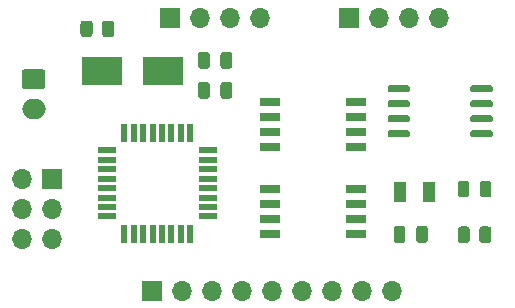
<source format=gbr>
%TF.GenerationSoftware,KiCad,Pcbnew,(5.1.8)-1*%
%TF.CreationDate,2020-12-16T21:52:19-05:00*%
%TF.ProjectId,Arduino Clone,41726475-696e-46f2-9043-6c6f6e652e6b,1.0*%
%TF.SameCoordinates,Original*%
%TF.FileFunction,Soldermask,Top*%
%TF.FilePolarity,Negative*%
%FSLAX46Y46*%
G04 Gerber Fmt 4.6, Leading zero omitted, Abs format (unit mm)*
G04 Created by KiCad (PCBNEW (5.1.8)-1) date 2020-12-16 21:52:19*
%MOMM*%
%LPD*%
G01*
G04 APERTURE LIST*
%ADD10O,2.000000X1.700000*%
%ADD11R,1.700000X1.700000*%
%ADD12O,1.700000X1.700000*%
%ADD13R,1.700000X0.650000*%
%ADD14R,1.600000X0.550000*%
%ADD15R,0.550000X1.600000*%
%ADD16R,1.000000X1.800000*%
%ADD17R,3.500000X2.400000*%
G04 APERTURE END LIST*
%TO.C,BT1*%
G36*
G01*
X144982000Y-107544000D02*
X146482000Y-107544000D01*
G75*
G02*
X146732000Y-107794000I0J-250000D01*
G01*
X146732000Y-108994000D01*
G75*
G02*
X146482000Y-109244000I-250000J0D01*
G01*
X144982000Y-109244000D01*
G75*
G02*
X144732000Y-108994000I0J250000D01*
G01*
X144732000Y-107794000D01*
G75*
G02*
X144982000Y-107544000I250000J0D01*
G01*
G37*
D10*
X145732000Y-110894000D03*
%TD*%
%TO.C,C1*%
G36*
G01*
X161552000Y-107282000D02*
X161552000Y-106332000D01*
G75*
G02*
X161802000Y-106082000I250000J0D01*
G01*
X162302000Y-106082000D01*
G75*
G02*
X162552000Y-106332000I0J-250000D01*
G01*
X162552000Y-107282000D01*
G75*
G02*
X162302000Y-107532000I-250000J0D01*
G01*
X161802000Y-107532000D01*
G75*
G02*
X161552000Y-107282000I0J250000D01*
G01*
G37*
G36*
G01*
X159652000Y-107282000D02*
X159652000Y-106332000D01*
G75*
G02*
X159902000Y-106082000I250000J0D01*
G01*
X160402000Y-106082000D01*
G75*
G02*
X160652000Y-106332000I0J-250000D01*
G01*
X160652000Y-107282000D01*
G75*
G02*
X160402000Y-107532000I-250000J0D01*
G01*
X159902000Y-107532000D01*
G75*
G02*
X159652000Y-107282000I0J250000D01*
G01*
G37*
%TD*%
%TO.C,C2*%
G36*
G01*
X159652000Y-109822000D02*
X159652000Y-108872000D01*
G75*
G02*
X159902000Y-108622000I250000J0D01*
G01*
X160402000Y-108622000D01*
G75*
G02*
X160652000Y-108872000I0J-250000D01*
G01*
X160652000Y-109822000D01*
G75*
G02*
X160402000Y-110072000I-250000J0D01*
G01*
X159902000Y-110072000D01*
G75*
G02*
X159652000Y-109822000I0J250000D01*
G01*
G37*
G36*
G01*
X161552000Y-109822000D02*
X161552000Y-108872000D01*
G75*
G02*
X161802000Y-108622000I250000J0D01*
G01*
X162302000Y-108622000D01*
G75*
G02*
X162552000Y-108872000I0J-250000D01*
G01*
X162552000Y-109822000D01*
G75*
G02*
X162302000Y-110072000I-250000J0D01*
G01*
X161802000Y-110072000D01*
G75*
G02*
X161552000Y-109822000I0J250000D01*
G01*
G37*
%TD*%
%TO.C,C3*%
G36*
G01*
X176220000Y-122017000D02*
X176220000Y-121067000D01*
G75*
G02*
X176470000Y-120817000I250000J0D01*
G01*
X176970000Y-120817000D01*
G75*
G02*
X177220000Y-121067000I0J-250000D01*
G01*
X177220000Y-122017000D01*
G75*
G02*
X176970000Y-122267000I-250000J0D01*
G01*
X176470000Y-122267000D01*
G75*
G02*
X176220000Y-122017000I0J250000D01*
G01*
G37*
G36*
G01*
X178120000Y-122017000D02*
X178120000Y-121067000D01*
G75*
G02*
X178370000Y-120817000I250000J0D01*
G01*
X178870000Y-120817000D01*
G75*
G02*
X179120000Y-121067000I0J-250000D01*
G01*
X179120000Y-122017000D01*
G75*
G02*
X178870000Y-122267000I-250000J0D01*
G01*
X178370000Y-122267000D01*
G75*
G02*
X178120000Y-122017000I0J250000D01*
G01*
G37*
%TD*%
%TO.C,D1*%
G36*
G01*
X181645000Y-118170250D02*
X181645000Y-117257750D01*
G75*
G02*
X181888750Y-117014000I243750J0D01*
G01*
X182376250Y-117014000D01*
G75*
G02*
X182620000Y-117257750I0J-243750D01*
G01*
X182620000Y-118170250D01*
G75*
G02*
X182376250Y-118414000I-243750J0D01*
G01*
X181888750Y-118414000D01*
G75*
G02*
X181645000Y-118170250I0J243750D01*
G01*
G37*
G36*
G01*
X183520000Y-118170250D02*
X183520000Y-117257750D01*
G75*
G02*
X183763750Y-117014000I243750J0D01*
G01*
X184251250Y-117014000D01*
G75*
G02*
X184495000Y-117257750I0J-243750D01*
G01*
X184495000Y-118170250D01*
G75*
G02*
X184251250Y-118414000I-243750J0D01*
G01*
X183763750Y-118414000D01*
G75*
G02*
X183520000Y-118170250I0J243750D01*
G01*
G37*
%TD*%
D11*
%TO.C,J1*%
X155766000Y-126302000D03*
D12*
X158306000Y-126302000D03*
X160846000Y-126302000D03*
X163386000Y-126302000D03*
X165926000Y-126302000D03*
X168466000Y-126302000D03*
X171006000Y-126302000D03*
X173546000Y-126302000D03*
X176086000Y-126302000D03*
%TD*%
D11*
%TO.C,J2*%
X147320000Y-116840000D03*
D12*
X144780000Y-116840000D03*
X147320000Y-119380000D03*
X144780000Y-119380000D03*
X147320000Y-121920000D03*
X144780000Y-121920000D03*
%TD*%
%TO.C,J3*%
X164910000Y-103188000D03*
X162370000Y-103188000D03*
X159830000Y-103188000D03*
D11*
X157290000Y-103188000D03*
%TD*%
%TO.C,J4*%
X172402000Y-103188000D03*
D12*
X174942000Y-103188000D03*
X177482000Y-103188000D03*
X180022000Y-103188000D03*
%TD*%
%TO.C,R1*%
G36*
G01*
X183470000Y-122022001D02*
X183470000Y-121121999D01*
G75*
G02*
X183719999Y-120872000I249999J0D01*
G01*
X184245001Y-120872000D01*
G75*
G02*
X184495000Y-121121999I0J-249999D01*
G01*
X184495000Y-122022001D01*
G75*
G02*
X184245001Y-122272000I-249999J0D01*
G01*
X183719999Y-122272000D01*
G75*
G02*
X183470000Y-122022001I0J249999D01*
G01*
G37*
G36*
G01*
X181645000Y-122022001D02*
X181645000Y-121121999D01*
G75*
G02*
X181894999Y-120872000I249999J0D01*
G01*
X182420001Y-120872000D01*
G75*
G02*
X182670000Y-121121999I0J-249999D01*
G01*
X182670000Y-122022001D01*
G75*
G02*
X182420001Y-122272000I-249999J0D01*
G01*
X181894999Y-122272000D01*
G75*
G02*
X181645000Y-122022001I0J249999D01*
G01*
G37*
%TD*%
%TO.C,R2*%
G36*
G01*
X149705000Y-104590001D02*
X149705000Y-103689999D01*
G75*
G02*
X149954999Y-103440000I249999J0D01*
G01*
X150480001Y-103440000D01*
G75*
G02*
X150730000Y-103689999I0J-249999D01*
G01*
X150730000Y-104590001D01*
G75*
G02*
X150480001Y-104840000I-249999J0D01*
G01*
X149954999Y-104840000D01*
G75*
G02*
X149705000Y-104590001I0J249999D01*
G01*
G37*
G36*
G01*
X151530000Y-104590001D02*
X151530000Y-103689999D01*
G75*
G02*
X151779999Y-103440000I249999J0D01*
G01*
X152305001Y-103440000D01*
G75*
G02*
X152555000Y-103689999I0J-249999D01*
G01*
X152555000Y-104590001D01*
G75*
G02*
X152305001Y-104840000I-249999J0D01*
G01*
X151779999Y-104840000D01*
G75*
G02*
X151530000Y-104590001I0J249999D01*
G01*
G37*
%TD*%
D13*
%TO.C,U1*%
X165768000Y-117665000D03*
X165768000Y-118935000D03*
X165768000Y-120205000D03*
X165768000Y-121475000D03*
X173068000Y-121475000D03*
X173068000Y-120205000D03*
X173068000Y-118935000D03*
X173068000Y-117665000D03*
%TD*%
%TO.C,U2*%
X173068000Y-110299000D03*
X173068000Y-111569000D03*
X173068000Y-112839000D03*
X173068000Y-114109000D03*
X165768000Y-114109000D03*
X165768000Y-112839000D03*
X165768000Y-111569000D03*
X165768000Y-110299000D03*
%TD*%
%TO.C,U3*%
G36*
G01*
X175700000Y-109370000D02*
X175700000Y-109070000D01*
G75*
G02*
X175850000Y-108920000I150000J0D01*
G01*
X177450000Y-108920000D01*
G75*
G02*
X177600000Y-109070000I0J-150000D01*
G01*
X177600000Y-109370000D01*
G75*
G02*
X177450000Y-109520000I-150000J0D01*
G01*
X175850000Y-109520000D01*
G75*
G02*
X175700000Y-109370000I0J150000D01*
G01*
G37*
G36*
G01*
X175700000Y-110640000D02*
X175700000Y-110340000D01*
G75*
G02*
X175850000Y-110190000I150000J0D01*
G01*
X177450000Y-110190000D01*
G75*
G02*
X177600000Y-110340000I0J-150000D01*
G01*
X177600000Y-110640000D01*
G75*
G02*
X177450000Y-110790000I-150000J0D01*
G01*
X175850000Y-110790000D01*
G75*
G02*
X175700000Y-110640000I0J150000D01*
G01*
G37*
G36*
G01*
X175700000Y-111910000D02*
X175700000Y-111610000D01*
G75*
G02*
X175850000Y-111460000I150000J0D01*
G01*
X177450000Y-111460000D01*
G75*
G02*
X177600000Y-111610000I0J-150000D01*
G01*
X177600000Y-111910000D01*
G75*
G02*
X177450000Y-112060000I-150000J0D01*
G01*
X175850000Y-112060000D01*
G75*
G02*
X175700000Y-111910000I0J150000D01*
G01*
G37*
G36*
G01*
X175700000Y-113180000D02*
X175700000Y-112880000D01*
G75*
G02*
X175850000Y-112730000I150000J0D01*
G01*
X177450000Y-112730000D01*
G75*
G02*
X177600000Y-112880000I0J-150000D01*
G01*
X177600000Y-113180000D01*
G75*
G02*
X177450000Y-113330000I-150000J0D01*
G01*
X175850000Y-113330000D01*
G75*
G02*
X175700000Y-113180000I0J150000D01*
G01*
G37*
G36*
G01*
X182700000Y-113180000D02*
X182700000Y-112880000D01*
G75*
G02*
X182850000Y-112730000I150000J0D01*
G01*
X184450000Y-112730000D01*
G75*
G02*
X184600000Y-112880000I0J-150000D01*
G01*
X184600000Y-113180000D01*
G75*
G02*
X184450000Y-113330000I-150000J0D01*
G01*
X182850000Y-113330000D01*
G75*
G02*
X182700000Y-113180000I0J150000D01*
G01*
G37*
G36*
G01*
X182700000Y-111910000D02*
X182700000Y-111610000D01*
G75*
G02*
X182850000Y-111460000I150000J0D01*
G01*
X184450000Y-111460000D01*
G75*
G02*
X184600000Y-111610000I0J-150000D01*
G01*
X184600000Y-111910000D01*
G75*
G02*
X184450000Y-112060000I-150000J0D01*
G01*
X182850000Y-112060000D01*
G75*
G02*
X182700000Y-111910000I0J150000D01*
G01*
G37*
G36*
G01*
X182700000Y-110640000D02*
X182700000Y-110340000D01*
G75*
G02*
X182850000Y-110190000I150000J0D01*
G01*
X184450000Y-110190000D01*
G75*
G02*
X184600000Y-110340000I0J-150000D01*
G01*
X184600000Y-110640000D01*
G75*
G02*
X184450000Y-110790000I-150000J0D01*
G01*
X182850000Y-110790000D01*
G75*
G02*
X182700000Y-110640000I0J150000D01*
G01*
G37*
G36*
G01*
X182700000Y-109370000D02*
X182700000Y-109070000D01*
G75*
G02*
X182850000Y-108920000I150000J0D01*
G01*
X184450000Y-108920000D01*
G75*
G02*
X184600000Y-109070000I0J-150000D01*
G01*
X184600000Y-109370000D01*
G75*
G02*
X184450000Y-109520000I-150000J0D01*
G01*
X182850000Y-109520000D01*
G75*
G02*
X182700000Y-109370000I0J150000D01*
G01*
G37*
%TD*%
D14*
%TO.C,U4*%
X151960000Y-114421000D03*
X151960000Y-115221000D03*
X151960000Y-116021000D03*
X151960000Y-116821000D03*
X151960000Y-117621000D03*
X151960000Y-118421000D03*
X151960000Y-119221000D03*
X151960000Y-120021000D03*
D15*
X153410000Y-121471000D03*
X154210000Y-121471000D03*
X155010000Y-121471000D03*
X155810000Y-121471000D03*
X156610000Y-121471000D03*
X157410000Y-121471000D03*
X158210000Y-121471000D03*
X159010000Y-121471000D03*
D14*
X160460000Y-120021000D03*
X160460000Y-119221000D03*
X160460000Y-118421000D03*
X160460000Y-117621000D03*
X160460000Y-116821000D03*
X160460000Y-116021000D03*
X160460000Y-115221000D03*
X160460000Y-114421000D03*
D15*
X159010000Y-112971000D03*
X158210000Y-112971000D03*
X157410000Y-112971000D03*
X156610000Y-112971000D03*
X155810000Y-112971000D03*
X155010000Y-112971000D03*
X154210000Y-112971000D03*
X153410000Y-112971000D03*
%TD*%
D16*
%TO.C,Y1*%
X176720000Y-117920000D03*
X179220000Y-117920000D03*
%TD*%
D17*
%TO.C,Y2*%
X151518000Y-107696000D03*
X156718000Y-107696000D03*
%TD*%
M02*

</source>
